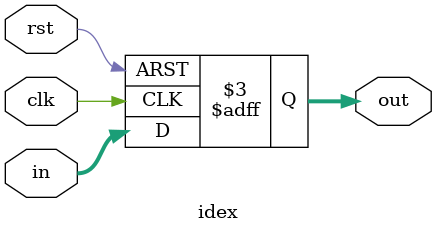
<source format=v>
`timescale 1ns / 1ps
module idex(
input clk,
input rst, 
input [15:0] in,
output reg [15:0] out);
always@( posedge clk, negedge rst) 
begin
if( rst==1)
out<=in; 
else 
out=0;
end 
endmodule
</source>
